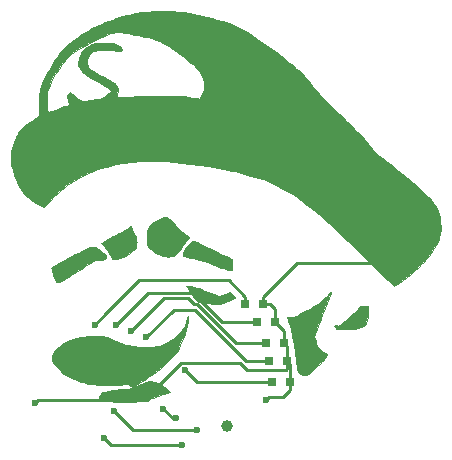
<source format=gtl>
G04 #@! TF.FileFunction,Copper,L1,Top,Signal*
%FSLAX46Y46*%
G04 Gerber Fmt 4.6, Leading zero omitted, Abs format (unit mm)*
G04 Created by KiCad (PCBNEW 4.0.5+dfsg1-4) date Sat Aug 24 03:06:04 2019*
%MOMM*%
%LPD*%
G01*
G04 APERTURE LIST*
%ADD10C,0.100000*%
%ADD11C,0.010000*%
%ADD12R,0.797560X0.797560*%
%ADD13C,0.990600*%
%ADD14C,0.600000*%
%ADD15C,0.250000*%
G04 APERTURE END LIST*
D10*
D11*
G36*
X147217942Y-112710459D02*
X147391278Y-112759054D01*
X147668986Y-112879115D01*
X147970212Y-113048691D01*
X148266269Y-113250639D01*
X148426475Y-113377671D01*
X148634820Y-113553350D01*
X148390160Y-113653483D01*
X148037273Y-113786974D01*
X147620237Y-113926103D01*
X147158746Y-114064705D01*
X146672491Y-114196612D01*
X146583852Y-114219169D01*
X146335143Y-114280742D01*
X146136330Y-114325706D01*
X145964212Y-114357050D01*
X145795592Y-114377764D01*
X145607270Y-114390838D01*
X145376048Y-114399263D01*
X145144519Y-114404665D01*
X144859737Y-114408034D01*
X144568267Y-114406956D01*
X144295240Y-114401832D01*
X144065790Y-114393058D01*
X143954500Y-114385801D01*
X143583603Y-114349998D01*
X143288353Y-114309348D01*
X143059784Y-114262051D01*
X142888934Y-114206309D01*
X142781589Y-114150415D01*
X142624679Y-114047233D01*
X142684058Y-113849932D01*
X142725463Y-113728527D01*
X142763405Y-113643531D01*
X142777469Y-113623827D01*
X142832856Y-113604302D01*
X142949626Y-113578094D01*
X143105285Y-113550082D01*
X143150167Y-113542980D01*
X143347915Y-113508838D01*
X143546959Y-113468384D01*
X143705712Y-113430103D01*
X143711794Y-113428412D01*
X143844829Y-113402106D01*
X144035576Y-113378451D01*
X144257079Y-113360262D01*
X144452627Y-113351105D01*
X144698300Y-113340770D01*
X144898920Y-113322141D01*
X145087525Y-113289868D01*
X145297154Y-113238604D01*
X145495624Y-113182253D01*
X145754117Y-113099229D01*
X145992998Y-113009245D01*
X146187550Y-112922033D01*
X146267236Y-112878450D01*
X146572881Y-112739386D01*
X146891979Y-112683155D01*
X147217942Y-112710459D01*
X147217942Y-112710459D01*
G37*
X147217942Y-112710459D02*
X147391278Y-112759054D01*
X147668986Y-112879115D01*
X147970212Y-113048691D01*
X148266269Y-113250639D01*
X148426475Y-113377671D01*
X148634820Y-113553350D01*
X148390160Y-113653483D01*
X148037273Y-113786974D01*
X147620237Y-113926103D01*
X147158746Y-114064705D01*
X146672491Y-114196612D01*
X146583852Y-114219169D01*
X146335143Y-114280742D01*
X146136330Y-114325706D01*
X145964212Y-114357050D01*
X145795592Y-114377764D01*
X145607270Y-114390838D01*
X145376048Y-114399263D01*
X145144519Y-114404665D01*
X144859737Y-114408034D01*
X144568267Y-114406956D01*
X144295240Y-114401832D01*
X144065790Y-114393058D01*
X143954500Y-114385801D01*
X143583603Y-114349998D01*
X143288353Y-114309348D01*
X143059784Y-114262051D01*
X142888934Y-114206309D01*
X142781589Y-114150415D01*
X142624679Y-114047233D01*
X142684058Y-113849932D01*
X142725463Y-113728527D01*
X142763405Y-113643531D01*
X142777469Y-113623827D01*
X142832856Y-113604302D01*
X142949626Y-113578094D01*
X143105285Y-113550082D01*
X143150167Y-113542980D01*
X143347915Y-113508838D01*
X143546959Y-113468384D01*
X143705712Y-113430103D01*
X143711794Y-113428412D01*
X143844829Y-113402106D01*
X144035576Y-113378451D01*
X144257079Y-113360262D01*
X144452627Y-113351105D01*
X144698300Y-113340770D01*
X144898920Y-113322141D01*
X145087525Y-113289868D01*
X145297154Y-113238604D01*
X145495624Y-113182253D01*
X145754117Y-113099229D01*
X145992998Y-113009245D01*
X146187550Y-112922033D01*
X146267236Y-112878450D01*
X146572881Y-112739386D01*
X146891979Y-112683155D01*
X147217942Y-112710459D01*
G36*
X150086202Y-107611334D02*
X150055613Y-107906070D01*
X149992975Y-108218594D01*
X149894725Y-108560581D01*
X149757303Y-108943705D01*
X149577147Y-109379642D01*
X149480009Y-109598763D01*
X149372148Y-109832694D01*
X149281739Y-110011128D01*
X149194044Y-110156876D01*
X149094328Y-110292750D01*
X148967854Y-110441562D01*
X148855142Y-110566044D01*
X148641560Y-110786222D01*
X148389769Y-111024541D01*
X148108284Y-111274660D01*
X147805616Y-111530238D01*
X147490279Y-111784935D01*
X147170786Y-112032411D01*
X146855651Y-112266326D01*
X146553385Y-112480337D01*
X146272503Y-112668107D01*
X146021517Y-112823293D01*
X145808940Y-112939556D01*
X145643285Y-113010555D01*
X145546107Y-113030578D01*
X145414054Y-113038070D01*
X145303482Y-113055406D01*
X145299783Y-113056369D01*
X145221800Y-113056713D01*
X145166631Y-112993857D01*
X145153448Y-112966831D01*
X145113898Y-112897093D01*
X145061302Y-112868367D01*
X144966493Y-112869914D01*
X144908832Y-112876783D01*
X144316303Y-112946243D01*
X143791724Y-112992498D01*
X143321608Y-113015495D01*
X142892466Y-113015180D01*
X142490807Y-112991496D01*
X142103144Y-112944391D01*
X141715986Y-112873809D01*
X141668500Y-112863668D01*
X141283119Y-112775974D01*
X140963548Y-112692284D01*
X140691625Y-112605788D01*
X140449186Y-112509680D01*
X140218069Y-112397152D01*
X139980109Y-112261395D01*
X139854678Y-112183808D01*
X139647355Y-112050839D01*
X139491880Y-111942460D01*
X139367413Y-111839840D01*
X139253115Y-111724152D01*
X139128146Y-111576567D01*
X138992074Y-111404425D01*
X138630599Y-110941208D01*
X138654822Y-110652279D01*
X138699682Y-110400457D01*
X138795204Y-110173476D01*
X138950504Y-109956479D01*
X139174701Y-109734612D01*
X139265021Y-109658073D01*
X139652539Y-109391027D01*
X140101357Y-109176929D01*
X140612789Y-109015418D01*
X141188150Y-108906134D01*
X141828754Y-108848718D01*
X142255491Y-108839008D01*
X142927148Y-108839000D01*
X143504324Y-109046278D01*
X143747971Y-109136294D01*
X143997563Y-109232798D01*
X144225485Y-109324860D01*
X144404122Y-109401547D01*
X144420167Y-109408845D01*
X144623146Y-109491540D01*
X144853200Y-109563456D01*
X145130988Y-109630409D01*
X145393834Y-109682878D01*
X145611228Y-109723072D01*
X145784396Y-109752306D01*
X145932453Y-109771494D01*
X146074515Y-109781554D01*
X146229696Y-109783402D01*
X146417111Y-109777952D01*
X146655876Y-109766122D01*
X146875500Y-109753875D01*
X147722167Y-109706126D01*
X148420667Y-109308968D01*
X149119167Y-108911809D01*
X149477539Y-108477620D01*
X149617370Y-108300688D01*
X149740294Y-108131229D01*
X149833832Y-107987405D01*
X149885504Y-107887379D01*
X149887948Y-107880299D01*
X149928690Y-107751329D01*
X149981565Y-107582335D01*
X150025175Y-107442000D01*
X150110365Y-107166834D01*
X150086202Y-107611334D01*
X150086202Y-107611334D01*
G37*
X150086202Y-107611334D02*
X150055613Y-107906070D01*
X149992975Y-108218594D01*
X149894725Y-108560581D01*
X149757303Y-108943705D01*
X149577147Y-109379642D01*
X149480009Y-109598763D01*
X149372148Y-109832694D01*
X149281739Y-110011128D01*
X149194044Y-110156876D01*
X149094328Y-110292750D01*
X148967854Y-110441562D01*
X148855142Y-110566044D01*
X148641560Y-110786222D01*
X148389769Y-111024541D01*
X148108284Y-111274660D01*
X147805616Y-111530238D01*
X147490279Y-111784935D01*
X147170786Y-112032411D01*
X146855651Y-112266326D01*
X146553385Y-112480337D01*
X146272503Y-112668107D01*
X146021517Y-112823293D01*
X145808940Y-112939556D01*
X145643285Y-113010555D01*
X145546107Y-113030578D01*
X145414054Y-113038070D01*
X145303482Y-113055406D01*
X145299783Y-113056369D01*
X145221800Y-113056713D01*
X145166631Y-112993857D01*
X145153448Y-112966831D01*
X145113898Y-112897093D01*
X145061302Y-112868367D01*
X144966493Y-112869914D01*
X144908832Y-112876783D01*
X144316303Y-112946243D01*
X143791724Y-112992498D01*
X143321608Y-113015495D01*
X142892466Y-113015180D01*
X142490807Y-112991496D01*
X142103144Y-112944391D01*
X141715986Y-112873809D01*
X141668500Y-112863668D01*
X141283119Y-112775974D01*
X140963548Y-112692284D01*
X140691625Y-112605788D01*
X140449186Y-112509680D01*
X140218069Y-112397152D01*
X139980109Y-112261395D01*
X139854678Y-112183808D01*
X139647355Y-112050839D01*
X139491880Y-111942460D01*
X139367413Y-111839840D01*
X139253115Y-111724152D01*
X139128146Y-111576567D01*
X138992074Y-111404425D01*
X138630599Y-110941208D01*
X138654822Y-110652279D01*
X138699682Y-110400457D01*
X138795204Y-110173476D01*
X138950504Y-109956479D01*
X139174701Y-109734612D01*
X139265021Y-109658073D01*
X139652539Y-109391027D01*
X140101357Y-109176929D01*
X140612789Y-109015418D01*
X141188150Y-108906134D01*
X141828754Y-108848718D01*
X142255491Y-108839008D01*
X142927148Y-108839000D01*
X143504324Y-109046278D01*
X143747971Y-109136294D01*
X143997563Y-109232798D01*
X144225485Y-109324860D01*
X144404122Y-109401547D01*
X144420167Y-109408845D01*
X144623146Y-109491540D01*
X144853200Y-109563456D01*
X145130988Y-109630409D01*
X145393834Y-109682878D01*
X145611228Y-109723072D01*
X145784396Y-109752306D01*
X145932453Y-109771494D01*
X146074515Y-109781554D01*
X146229696Y-109783402D01*
X146417111Y-109777952D01*
X146655876Y-109766122D01*
X146875500Y-109753875D01*
X147722167Y-109706126D01*
X148420667Y-109308968D01*
X149119167Y-108911809D01*
X149477539Y-108477620D01*
X149617370Y-108300688D01*
X149740294Y-108131229D01*
X149833832Y-107987405D01*
X149885504Y-107887379D01*
X149887948Y-107880299D01*
X149928690Y-107751329D01*
X149981565Y-107582335D01*
X150025175Y-107442000D01*
X150110365Y-107166834D01*
X150086202Y-107611334D01*
G36*
X162245201Y-105133566D02*
X162212511Y-105244560D01*
X162156615Y-105402935D01*
X162083167Y-105593729D01*
X161997821Y-105801976D01*
X161906231Y-106012710D01*
X161861311Y-106111211D01*
X161799355Y-106254084D01*
X161714938Y-106462476D01*
X161613591Y-106721998D01*
X161500844Y-107018264D01*
X161382226Y-107336886D01*
X161263270Y-107663477D01*
X161243840Y-107717558D01*
X160809047Y-108930315D01*
X160928421Y-109297407D01*
X160992867Y-109479658D01*
X161060842Y-109646247D01*
X161120671Y-109769281D01*
X161137543Y-109796919D01*
X161264326Y-109948828D01*
X161422408Y-110088654D01*
X161586257Y-110196780D01*
X161730338Y-110253585D01*
X161732393Y-110253979D01*
X161833184Y-110281480D01*
X161874836Y-110330463D01*
X161882667Y-110419351D01*
X161874466Y-110483883D01*
X161843851Y-110554094D01*
X161781803Y-110642247D01*
X161679302Y-110760610D01*
X161527329Y-110921448D01*
X161469917Y-110980663D01*
X161270585Y-111181274D01*
X161044121Y-111402544D01*
X160820176Y-111615816D01*
X160650096Y-111772897D01*
X160482134Y-111923600D01*
X160361242Y-112026223D01*
X160272083Y-112089903D01*
X160199319Y-112123780D01*
X160127613Y-112136990D01*
X160041629Y-112138670D01*
X160036263Y-112138611D01*
X159876770Y-112126223D01*
X159725134Y-112098044D01*
X159683424Y-112085694D01*
X159594392Y-112046635D01*
X159523528Y-111991031D01*
X159467136Y-111908153D01*
X159421522Y-111787272D01*
X159382991Y-111617659D01*
X159347847Y-111388583D01*
X159312395Y-111089315D01*
X159299846Y-110971869D01*
X159209556Y-110219908D01*
X159101453Y-109527607D01*
X158970935Y-108870994D01*
X158813397Y-108226100D01*
X158685247Y-107771063D01*
X158628520Y-107575744D01*
X158581970Y-107408555D01*
X158550332Y-107286993D01*
X158538341Y-107228556D01*
X158538334Y-107228071D01*
X158579950Y-107202549D01*
X158704666Y-107192196D01*
X158866417Y-107194943D01*
X159020485Y-107199402D01*
X159134997Y-107193101D01*
X159236538Y-107168955D01*
X159351693Y-107119879D01*
X159507046Y-107038790D01*
X159560066Y-107010090D01*
X160037885Y-106746898D01*
X160447497Y-106511745D01*
X160798076Y-106298303D01*
X161098795Y-106100248D01*
X161358828Y-105911252D01*
X161587347Y-105724990D01*
X161793525Y-105535135D01*
X161983248Y-105338947D01*
X162096321Y-105219514D01*
X162186726Y-105131111D01*
X162240590Y-105086999D01*
X162249033Y-105084921D01*
X162245201Y-105133566D01*
X162245201Y-105133566D01*
G37*
X162245201Y-105133566D02*
X162212511Y-105244560D01*
X162156615Y-105402935D01*
X162083167Y-105593729D01*
X161997821Y-105801976D01*
X161906231Y-106012710D01*
X161861311Y-106111211D01*
X161799355Y-106254084D01*
X161714938Y-106462476D01*
X161613591Y-106721998D01*
X161500844Y-107018264D01*
X161382226Y-107336886D01*
X161263270Y-107663477D01*
X161243840Y-107717558D01*
X160809047Y-108930315D01*
X160928421Y-109297407D01*
X160992867Y-109479658D01*
X161060842Y-109646247D01*
X161120671Y-109769281D01*
X161137543Y-109796919D01*
X161264326Y-109948828D01*
X161422408Y-110088654D01*
X161586257Y-110196780D01*
X161730338Y-110253585D01*
X161732393Y-110253979D01*
X161833184Y-110281480D01*
X161874836Y-110330463D01*
X161882667Y-110419351D01*
X161874466Y-110483883D01*
X161843851Y-110554094D01*
X161781803Y-110642247D01*
X161679302Y-110760610D01*
X161527329Y-110921448D01*
X161469917Y-110980663D01*
X161270585Y-111181274D01*
X161044121Y-111402544D01*
X160820176Y-111615816D01*
X160650096Y-111772897D01*
X160482134Y-111923600D01*
X160361242Y-112026223D01*
X160272083Y-112089903D01*
X160199319Y-112123780D01*
X160127613Y-112136990D01*
X160041629Y-112138670D01*
X160036263Y-112138611D01*
X159876770Y-112126223D01*
X159725134Y-112098044D01*
X159683424Y-112085694D01*
X159594392Y-112046635D01*
X159523528Y-111991031D01*
X159467136Y-111908153D01*
X159421522Y-111787272D01*
X159382991Y-111617659D01*
X159347847Y-111388583D01*
X159312395Y-111089315D01*
X159299846Y-110971869D01*
X159209556Y-110219908D01*
X159101453Y-109527607D01*
X158970935Y-108870994D01*
X158813397Y-108226100D01*
X158685247Y-107771063D01*
X158628520Y-107575744D01*
X158581970Y-107408555D01*
X158550332Y-107286993D01*
X158538341Y-107228556D01*
X158538334Y-107228071D01*
X158579950Y-107202549D01*
X158704666Y-107192196D01*
X158866417Y-107194943D01*
X159020485Y-107199402D01*
X159134997Y-107193101D01*
X159236538Y-107168955D01*
X159351693Y-107119879D01*
X159507046Y-107038790D01*
X159560066Y-107010090D01*
X160037885Y-106746898D01*
X160447497Y-106511745D01*
X160798076Y-106298303D01*
X161098795Y-106100248D01*
X161358828Y-105911252D01*
X161587347Y-105724990D01*
X161793525Y-105535135D01*
X161983248Y-105338947D01*
X162096321Y-105219514D01*
X162186726Y-105131111D01*
X162240590Y-105086999D01*
X162249033Y-105084921D01*
X162245201Y-105133566D01*
G36*
X165029993Y-106307937D02*
X165375167Y-106320167D01*
X165388123Y-106595334D01*
X165385938Y-106770659D01*
X165368482Y-106987506D01*
X165339304Y-107204848D01*
X165331572Y-107249155D01*
X165273133Y-107501905D01*
X165193957Y-107711452D01*
X165086484Y-107881575D01*
X164943151Y-108016049D01*
X164756397Y-108118653D01*
X164518661Y-108193164D01*
X164222380Y-108243359D01*
X163859995Y-108273014D01*
X163423942Y-108285908D01*
X163253626Y-108287157D01*
X163031804Y-108286334D01*
X162877201Y-108280726D01*
X162772404Y-108267927D01*
X162699999Y-108245531D01*
X162642571Y-108211136D01*
X162629209Y-108200928D01*
X162535817Y-108084079D01*
X162517667Y-107989261D01*
X162535574Y-107896958D01*
X162595001Y-107866776D01*
X162704505Y-107896687D01*
X162771972Y-107928991D01*
X162826731Y-107954621D01*
X162875020Y-107961532D01*
X162931511Y-107942311D01*
X163010876Y-107889545D01*
X163127784Y-107795820D01*
X163267287Y-107678705D01*
X163641039Y-107360599D01*
X163959475Y-107083541D01*
X164220440Y-106849519D01*
X164421782Y-106660523D01*
X164561347Y-106518543D01*
X164636981Y-106425569D01*
X164648993Y-106402131D01*
X164670739Y-106349828D01*
X164705073Y-106319091D01*
X164770924Y-106305238D01*
X164887223Y-106303589D01*
X165029993Y-106307937D01*
X165029993Y-106307937D01*
G37*
X165029993Y-106307937D02*
X165375167Y-106320167D01*
X165388123Y-106595334D01*
X165385938Y-106770659D01*
X165368482Y-106987506D01*
X165339304Y-107204848D01*
X165331572Y-107249155D01*
X165273133Y-107501905D01*
X165193957Y-107711452D01*
X165086484Y-107881575D01*
X164943151Y-108016049D01*
X164756397Y-108118653D01*
X164518661Y-108193164D01*
X164222380Y-108243359D01*
X163859995Y-108273014D01*
X163423942Y-108285908D01*
X163253626Y-108287157D01*
X163031804Y-108286334D01*
X162877201Y-108280726D01*
X162772404Y-108267927D01*
X162699999Y-108245531D01*
X162642571Y-108211136D01*
X162629209Y-108200928D01*
X162535817Y-108084079D01*
X162517667Y-107989261D01*
X162535574Y-107896958D01*
X162595001Y-107866776D01*
X162704505Y-107896687D01*
X162771972Y-107928991D01*
X162826731Y-107954621D01*
X162875020Y-107961532D01*
X162931511Y-107942311D01*
X163010876Y-107889545D01*
X163127784Y-107795820D01*
X163267287Y-107678705D01*
X163641039Y-107360599D01*
X163959475Y-107083541D01*
X164220440Y-106849519D01*
X164421782Y-106660523D01*
X164561347Y-106518543D01*
X164636981Y-106425569D01*
X164648993Y-106402131D01*
X164670739Y-106349828D01*
X164705073Y-106319091D01*
X164770924Y-106305238D01*
X164887223Y-106303589D01*
X165029993Y-106307937D01*
G36*
X150115805Y-104580474D02*
X150269141Y-104594782D01*
X150337756Y-104602278D01*
X150621682Y-104650576D01*
X150902769Y-104735111D01*
X151095099Y-104811290D01*
X151283665Y-104889913D01*
X151523465Y-104987639D01*
X151786683Y-105093244D01*
X152045504Y-105195505D01*
X152103441Y-105218134D01*
X152349853Y-105313317D01*
X152537340Y-105378933D01*
X152686165Y-105415378D01*
X152816587Y-105423051D01*
X152948869Y-105402349D01*
X153103272Y-105353670D01*
X153300058Y-105277413D01*
X153385145Y-105243298D01*
X153691167Y-105120600D01*
X153915179Y-105339383D01*
X154028674Y-105452044D01*
X154089168Y-105522448D01*
X154104571Y-105567144D01*
X154082796Y-105602680D01*
X154053204Y-105628095D01*
X153980514Y-105672045D01*
X153848805Y-105738017D01*
X153677675Y-105816604D01*
X153511692Y-105888034D01*
X153296451Y-105974747D01*
X153128552Y-106032264D01*
X152978883Y-106067766D01*
X152818330Y-106088433D01*
X152654000Y-106099568D01*
X152450814Y-106103489D01*
X152196356Y-106098186D01*
X151923381Y-106084810D01*
X151668914Y-106064926D01*
X151432292Y-106040999D01*
X151262461Y-106019499D01*
X151141817Y-105996095D01*
X151052755Y-105966461D01*
X150977669Y-105926267D01*
X150907984Y-105877851D01*
X150799680Y-105776536D01*
X150657257Y-105608989D01*
X150487203Y-105383270D01*
X150337532Y-105169037D01*
X150207715Y-104975740D01*
X150097857Y-104808069D01*
X150015511Y-104677888D01*
X149968228Y-104597062D01*
X149960118Y-104576104D01*
X150006058Y-104573781D01*
X150115805Y-104580474D01*
X150115805Y-104580474D01*
G37*
X150115805Y-104580474D02*
X150269141Y-104594782D01*
X150337756Y-104602278D01*
X150621682Y-104650576D01*
X150902769Y-104735111D01*
X151095099Y-104811290D01*
X151283665Y-104889913D01*
X151523465Y-104987639D01*
X151786683Y-105093244D01*
X152045504Y-105195505D01*
X152103441Y-105218134D01*
X152349853Y-105313317D01*
X152537340Y-105378933D01*
X152686165Y-105415378D01*
X152816587Y-105423051D01*
X152948869Y-105402349D01*
X153103272Y-105353670D01*
X153300058Y-105277413D01*
X153385145Y-105243298D01*
X153691167Y-105120600D01*
X153915179Y-105339383D01*
X154028674Y-105452044D01*
X154089168Y-105522448D01*
X154104571Y-105567144D01*
X154082796Y-105602680D01*
X154053204Y-105628095D01*
X153980514Y-105672045D01*
X153848805Y-105738017D01*
X153677675Y-105816604D01*
X153511692Y-105888034D01*
X153296451Y-105974747D01*
X153128552Y-106032264D01*
X152978883Y-106067766D01*
X152818330Y-106088433D01*
X152654000Y-106099568D01*
X152450814Y-106103489D01*
X152196356Y-106098186D01*
X151923381Y-106084810D01*
X151668914Y-106064926D01*
X151432292Y-106040999D01*
X151262461Y-106019499D01*
X151141817Y-105996095D01*
X151052755Y-105966461D01*
X150977669Y-105926267D01*
X150907984Y-105877851D01*
X150799680Y-105776536D01*
X150657257Y-105608989D01*
X150487203Y-105383270D01*
X150337532Y-105169037D01*
X150207715Y-104975740D01*
X150097857Y-104808069D01*
X150015511Y-104677888D01*
X149968228Y-104597062D01*
X149960118Y-104576104D01*
X150006058Y-104573781D01*
X150115805Y-104580474D01*
G36*
X148438025Y-81334533D02*
X148866131Y-81351396D01*
X148966990Y-81356768D01*
X149237058Y-81372508D01*
X149462856Y-81388444D01*
X149661857Y-81407198D01*
X149851535Y-81431395D01*
X150049364Y-81463658D01*
X150272819Y-81506611D01*
X150539373Y-81562878D01*
X150866500Y-81635083D01*
X150960667Y-81656127D01*
X151327981Y-81741379D01*
X151732151Y-81840379D01*
X152146238Y-81946182D01*
X152543298Y-82051842D01*
X152896391Y-82150415D01*
X153032526Y-82190241D01*
X153341925Y-82283157D01*
X153587047Y-82359618D01*
X153784980Y-82426588D01*
X153952811Y-82491032D01*
X154107627Y-82559912D01*
X154266516Y-82640193D01*
X154446565Y-82738838D01*
X154620026Y-82837199D01*
X155271739Y-83226831D01*
X155967411Y-83676029D01*
X156697897Y-84178415D01*
X157454053Y-84727614D01*
X158226734Y-85317249D01*
X158601834Y-85613586D01*
X158980092Y-85919751D01*
X159302321Y-86190914D01*
X159581979Y-86440442D01*
X159832526Y-86681702D01*
X160067423Y-86928060D01*
X160300131Y-87192883D01*
X160544108Y-87489537D01*
X160737364Y-87734261D01*
X160936231Y-87986734D01*
X161114920Y-88206680D01*
X161285521Y-88407254D01*
X161460122Y-88601609D01*
X161650811Y-88802899D01*
X161869677Y-89024278D01*
X162128809Y-89278899D01*
X162382183Y-89523992D01*
X162825346Y-89950905D01*
X163212040Y-90323818D01*
X163546899Y-90647341D01*
X163834558Y-90926081D01*
X164079649Y-91164648D01*
X164286806Y-91367651D01*
X164460663Y-91539699D01*
X164605854Y-91685400D01*
X164727011Y-91809364D01*
X164828770Y-91916199D01*
X164915764Y-92010515D01*
X164992625Y-92096920D01*
X165063989Y-92180023D01*
X165121167Y-92248350D01*
X165277820Y-92440256D01*
X165438891Y-92642711D01*
X165583176Y-92828808D01*
X165671500Y-92946770D01*
X165744528Y-93041076D01*
X165827571Y-93134481D01*
X165929577Y-93234712D01*
X166059493Y-93349494D01*
X166226266Y-93486552D01*
X166438844Y-93653613D01*
X166706174Y-93858402D01*
X166878000Y-93988568D01*
X167153889Y-94201274D01*
X167476745Y-94457295D01*
X167830483Y-94743439D01*
X168199018Y-95046517D01*
X168566266Y-95353336D01*
X168916140Y-95650707D01*
X169124907Y-95831187D01*
X169520943Y-96178886D01*
X169857743Y-96481147D01*
X170142205Y-96745392D01*
X170381229Y-96979044D01*
X170581713Y-97189527D01*
X170750558Y-97384265D01*
X170894663Y-97570679D01*
X171020927Y-97756195D01*
X171136249Y-97948235D01*
X171199886Y-98063750D01*
X171277757Y-98213467D01*
X171335367Y-98340873D01*
X171378909Y-98467280D01*
X171414576Y-98614002D01*
X171448564Y-98802352D01*
X171486549Y-99050143D01*
X171578736Y-99673834D01*
X171469312Y-100181834D01*
X171417677Y-100405190D01*
X171362514Y-100599787D01*
X171296581Y-100780614D01*
X171212634Y-100962661D01*
X171103432Y-101160917D01*
X170961730Y-101390373D01*
X170780286Y-101666018D01*
X170681267Y-101812770D01*
X170516434Y-102051346D01*
X170371713Y-102247728D01*
X170230243Y-102421531D01*
X170075162Y-102592369D01*
X169889608Y-102779856D01*
X169661232Y-102999330D01*
X169356031Y-103277210D01*
X169018502Y-103564859D01*
X168665496Y-103849216D01*
X168313864Y-104117223D01*
X167980458Y-104355819D01*
X167682128Y-104551945D01*
X167573871Y-104617044D01*
X167536291Y-104592928D01*
X167444879Y-104514007D01*
X167305299Y-104385711D01*
X167123216Y-104213470D01*
X166904296Y-104002716D01*
X166654202Y-103758880D01*
X166378601Y-103487393D01*
X166083157Y-103193686D01*
X165944038Y-103054508D01*
X165201062Y-102313196D01*
X164510700Y-101631673D01*
X163869260Y-101006499D01*
X163273050Y-100434232D01*
X162718378Y-99911431D01*
X162201552Y-99434655D01*
X161718879Y-99000464D01*
X161266668Y-98605415D01*
X160841227Y-98246069D01*
X160438863Y-97918985D01*
X160404916Y-97892011D01*
X159279167Y-96999188D01*
X156739167Y-95663926D01*
X155490334Y-95287237D01*
X155147612Y-95184680D01*
X154850387Y-95098169D01*
X154582783Y-95023945D01*
X154328923Y-94958252D01*
X154072933Y-94897329D01*
X153798938Y-94837418D01*
X153491060Y-94774762D01*
X153133425Y-94705600D01*
X152710157Y-94626176D01*
X152654000Y-94615739D01*
X151806820Y-94464802D01*
X151024371Y-94339436D01*
X150291233Y-94237930D01*
X149591988Y-94158574D01*
X148911215Y-94099658D01*
X148233494Y-94059473D01*
X147543405Y-94036308D01*
X147404667Y-94033604D01*
X147045945Y-94027795D01*
X146753697Y-94024748D01*
X146509751Y-94025368D01*
X146295935Y-94030556D01*
X146094077Y-94041214D01*
X145886005Y-94058246D01*
X145653545Y-94082555D01*
X145378527Y-94115042D01*
X145118667Y-94147152D01*
X144766189Y-94192033D01*
X144477114Y-94232011D01*
X144230660Y-94271205D01*
X144006044Y-94313733D01*
X143782485Y-94363714D01*
X143539201Y-94425266D01*
X143255410Y-94502509D01*
X143085392Y-94550113D01*
X142764581Y-94641545D01*
X142505452Y-94719158D01*
X142287797Y-94790638D01*
X142091407Y-94863668D01*
X141896072Y-94945932D01*
X141681586Y-95045115D01*
X141427738Y-95168898D01*
X141328559Y-95218111D01*
X140590834Y-95618257D01*
X139916701Y-96055838D01*
X139288772Y-96543577D01*
X138689659Y-97094195D01*
X138497730Y-97289349D01*
X137900834Y-97910531D01*
X137537353Y-97752225D01*
X137059723Y-97498756D01*
X136628666Y-97175377D01*
X136245400Y-96783673D01*
X135911141Y-96325229D01*
X135627107Y-95801628D01*
X135394515Y-95214455D01*
X135273076Y-94805500D01*
X135211196Y-94560452D01*
X135169863Y-94365271D01*
X135145019Y-94188810D01*
X135132609Y-93999923D01*
X135128573Y-93767465D01*
X135128394Y-93694835D01*
X135128000Y-93134503D01*
X135385082Y-92490614D01*
X135479799Y-92258362D01*
X135572242Y-92040554D01*
X135654440Y-91855353D01*
X135718421Y-91720923D01*
X135743013Y-91675113D01*
X135944367Y-91382523D01*
X136191558Y-91119199D01*
X136499379Y-90870704D01*
X136718474Y-90723263D01*
X136909118Y-90599744D01*
X137087536Y-90479814D01*
X137233909Y-90377067D01*
X137328415Y-90305096D01*
X137329334Y-90304323D01*
X137477500Y-90179284D01*
X137481318Y-89296225D01*
X137482784Y-88956855D01*
X138170645Y-88956855D01*
X138171336Y-89232913D01*
X138174672Y-89436937D01*
X138181746Y-89581546D01*
X138193652Y-89679360D01*
X138211481Y-89742998D01*
X138236328Y-89785077D01*
X138243065Y-89792939D01*
X138308701Y-89853986D01*
X138346024Y-89873667D01*
X138393098Y-89859797D01*
X138507370Y-89821063D01*
X138676557Y-89761781D01*
X138888377Y-89686267D01*
X139130548Y-89598835D01*
X139196713Y-89574776D01*
X139445102Y-89483441D01*
X139666282Y-89400432D01*
X139847910Y-89330519D01*
X139977643Y-89278470D01*
X140043137Y-89249057D01*
X140048043Y-89245783D01*
X140052508Y-89193807D01*
X140038632Y-89080203D01*
X140009289Y-88925308D01*
X139991670Y-88846979D01*
X139904755Y-88478277D01*
X139995760Y-88350472D01*
X140076955Y-88265675D01*
X140157993Y-88223656D01*
X140168903Y-88222667D01*
X140234526Y-88251321D01*
X140339176Y-88327807D01*
X140464269Y-88437912D01*
X140515270Y-88487584D01*
X140666935Y-88626473D01*
X140829825Y-88754907D01*
X140973282Y-88849089D01*
X140998034Y-88862271D01*
X141069607Y-88897290D01*
X141134901Y-88923290D01*
X141204780Y-88939728D01*
X141290108Y-88946061D01*
X141401748Y-88941745D01*
X141550567Y-88926238D01*
X141747427Y-88898996D01*
X142003192Y-88859475D01*
X142328727Y-88807134D01*
X142430500Y-88790651D01*
X142672123Y-88743147D01*
X142865896Y-88680563D01*
X143035709Y-88589871D01*
X143205453Y-88458047D01*
X143399018Y-88272063D01*
X143418918Y-88251716D01*
X143603002Y-88062803D01*
X143442009Y-87884603D01*
X143368592Y-87813643D01*
X143269532Y-87738472D01*
X143134377Y-87652864D01*
X142952674Y-87550598D01*
X142713973Y-87425448D01*
X142432425Y-87283445D01*
X142149060Y-87141192D01*
X141928734Y-87027179D01*
X141758133Y-86933057D01*
X141623947Y-86850475D01*
X141512861Y-86771083D01*
X141411564Y-86686529D01*
X141306743Y-86588465D01*
X141274825Y-86557327D01*
X141052006Y-86315290D01*
X140902414Y-86095449D01*
X140820723Y-85888416D01*
X140800667Y-85721630D01*
X140815937Y-85615558D01*
X140857227Y-85455381D01*
X140917753Y-85265049D01*
X140972556Y-85114679D01*
X141144445Y-84669669D01*
X141551924Y-84387540D01*
X141727982Y-84266933D01*
X141859312Y-84184631D01*
X141970697Y-84130606D01*
X142086921Y-84094826D01*
X142232770Y-84067262D01*
X142406618Y-84041649D01*
X142634022Y-84013367D01*
X142834124Y-84000007D01*
X143039797Y-84001008D01*
X143283914Y-84015809D01*
X143392224Y-84024815D01*
X143626030Y-84047098D01*
X143796255Y-84069653D01*
X143923860Y-84097318D01*
X144029808Y-84134930D01*
X144135060Y-84187324D01*
X144162320Y-84202508D01*
X144302874Y-84295843D01*
X144423567Y-84400130D01*
X144480839Y-84468221D01*
X144535045Y-84558243D01*
X144543611Y-84609301D01*
X144507295Y-84653249D01*
X144485673Y-84671552D01*
X144433725Y-84705515D01*
X144369150Y-84719225D01*
X144269321Y-84713492D01*
X144111611Y-84689129D01*
X144091644Y-84685674D01*
X143652004Y-84624914D01*
X143225874Y-84595879D01*
X142833110Y-84599013D01*
X142493563Y-84634756D01*
X142421235Y-84648437D01*
X142232268Y-84691540D01*
X142099980Y-84734410D01*
X141997330Y-84789458D01*
X141897281Y-84869094D01*
X141853777Y-84908890D01*
X141722861Y-85048510D01*
X141639553Y-85191134D01*
X141586048Y-85348185D01*
X141538604Y-85602303D01*
X141555297Y-85818361D01*
X141639016Y-86016759D01*
X141691968Y-86095810D01*
X141741988Y-86154000D01*
X141812930Y-86216690D01*
X141913621Y-86289437D01*
X142052889Y-86377796D01*
X142239562Y-86487326D01*
X142482467Y-86623584D01*
X142790431Y-86792126D01*
X142845994Y-86822276D01*
X143155686Y-86990903D01*
X143400029Y-87126222D01*
X143588573Y-87234409D01*
X143730867Y-87321636D01*
X143836460Y-87394079D01*
X143914902Y-87457911D01*
X143975742Y-87519306D01*
X144028529Y-87584439D01*
X144032028Y-87589108D01*
X144118511Y-87718041D01*
X144168046Y-87836498D01*
X144183664Y-87967794D01*
X144168395Y-88135240D01*
X144129771Y-88340800D01*
X144104700Y-88479114D01*
X144093860Y-88579603D01*
X144098904Y-88618979D01*
X144145036Y-88619539D01*
X144267169Y-88616416D01*
X144456734Y-88609947D01*
X144705160Y-88600469D01*
X145003878Y-88588318D01*
X145344318Y-88573830D01*
X145717909Y-88557342D01*
X146034161Y-88542972D01*
X146746260Y-88513420D01*
X147383744Y-88494171D01*
X147956064Y-88485472D01*
X148472671Y-88487569D01*
X148943016Y-88500707D01*
X149376551Y-88525132D01*
X149782727Y-88561090D01*
X150170996Y-88608827D01*
X150495000Y-88659017D01*
X150711138Y-88695160D01*
X150894722Y-88725070D01*
X151031007Y-88746407D01*
X151105251Y-88756833D01*
X151114496Y-88757336D01*
X151134726Y-88719786D01*
X151184462Y-88623369D01*
X151255106Y-88484826D01*
X151302152Y-88392000D01*
X151484147Y-88032167D01*
X151472800Y-87590224D01*
X151465950Y-87387251D01*
X151453109Y-87240228D01*
X151427318Y-87120445D01*
X151381618Y-86999192D01*
X151309048Y-86847757D01*
X151277826Y-86785890D01*
X151116753Y-86519589D01*
X150893443Y-86235662D01*
X150604843Y-85931151D01*
X150247901Y-85603099D01*
X149819563Y-85248546D01*
X149316775Y-84864534D01*
X149225908Y-84797741D01*
X148943896Y-84592788D01*
X148714411Y-84430057D01*
X148522619Y-84300473D01*
X148353689Y-84194961D01*
X148192788Y-84104449D01*
X148025083Y-84019860D01*
X147835742Y-83932122D01*
X147744241Y-83891282D01*
X147455383Y-83767588D01*
X147214555Y-83675743D01*
X146995458Y-83607051D01*
X146771797Y-83552815D01*
X146642667Y-83527006D01*
X146428514Y-83486403D01*
X146158912Y-83435013D01*
X145861538Y-83378126D01*
X145564068Y-83321032D01*
X145415000Y-83292337D01*
X145041253Y-83221084D01*
X144726357Y-83165800D01*
X144457256Y-83128568D01*
X144220892Y-83111470D01*
X144004209Y-83116588D01*
X143794149Y-83146005D01*
X143577656Y-83201804D01*
X143341672Y-83286067D01*
X143073140Y-83400877D01*
X142759003Y-83548315D01*
X142386205Y-83730465D01*
X142251426Y-83796898D01*
X141775375Y-84035771D01*
X141368289Y-84249957D01*
X141020383Y-84445860D01*
X140721869Y-84629883D01*
X140462961Y-84808429D01*
X140233873Y-84987902D01*
X140024818Y-85174705D01*
X139826010Y-85375241D01*
X139805274Y-85397415D01*
X139489863Y-85767849D01*
X139179353Y-86190937D01*
X138886848Y-86645229D01*
X138625446Y-87109277D01*
X138408248Y-87561633D01*
X138273571Y-87905167D01*
X138236205Y-88020245D01*
X138209151Y-88127176D01*
X138190755Y-88242876D01*
X138179360Y-88384259D01*
X138173311Y-88568238D01*
X138170954Y-88811727D01*
X138170645Y-88956855D01*
X137482784Y-88956855D01*
X137485135Y-88413167D01*
X137711601Y-87714667D01*
X137791149Y-87473400D01*
X137860859Y-87276298D01*
X137929508Y-87104769D01*
X138005871Y-86940220D01*
X138098722Y-86764060D01*
X138216836Y-86557696D01*
X138368989Y-86302537D01*
X138410926Y-86233000D01*
X138630631Y-85869763D01*
X138813863Y-85569725D01*
X138967670Y-85323460D01*
X139099099Y-85121543D01*
X139215198Y-84954549D01*
X139323015Y-84813050D01*
X139429597Y-84687622D01*
X139541992Y-84568838D01*
X139667248Y-84447274D01*
X139812412Y-84313503D01*
X139916531Y-84219374D01*
X140121763Y-84037623D01*
X140307506Y-83881939D01*
X140490641Y-83740084D01*
X140688051Y-83599821D01*
X140916615Y-83448912D01*
X141193216Y-83275121D01*
X141363239Y-83170664D01*
X141624140Y-83011938D01*
X141841772Y-82882475D01*
X142031832Y-82774675D01*
X142210018Y-82680940D01*
X142392030Y-82593671D01*
X142593564Y-82505271D01*
X142830319Y-82408140D01*
X143117993Y-82294679D01*
X143395239Y-82187088D01*
X143749438Y-82051007D01*
X144041320Y-81941719D01*
X144287009Y-81854158D01*
X144502629Y-81783257D01*
X144704306Y-81723949D01*
X144908164Y-81671166D01*
X145130328Y-81619840D01*
X145351500Y-81572336D01*
X145635277Y-81514137D01*
X145875243Y-81469360D01*
X146093404Y-81435319D01*
X146311764Y-81409329D01*
X146552328Y-81388704D01*
X146837104Y-81370759D01*
X147125490Y-81355845D01*
X147601612Y-81336774D01*
X148027821Y-81329664D01*
X148438025Y-81334533D01*
X148438025Y-81334533D01*
G37*
X148438025Y-81334533D02*
X148866131Y-81351396D01*
X148966990Y-81356768D01*
X149237058Y-81372508D01*
X149462856Y-81388444D01*
X149661857Y-81407198D01*
X149851535Y-81431395D01*
X150049364Y-81463658D01*
X150272819Y-81506611D01*
X150539373Y-81562878D01*
X150866500Y-81635083D01*
X150960667Y-81656127D01*
X151327981Y-81741379D01*
X151732151Y-81840379D01*
X152146238Y-81946182D01*
X152543298Y-82051842D01*
X152896391Y-82150415D01*
X153032526Y-82190241D01*
X153341925Y-82283157D01*
X153587047Y-82359618D01*
X153784980Y-82426588D01*
X153952811Y-82491032D01*
X154107627Y-82559912D01*
X154266516Y-82640193D01*
X154446565Y-82738838D01*
X154620026Y-82837199D01*
X155271739Y-83226831D01*
X155967411Y-83676029D01*
X156697897Y-84178415D01*
X157454053Y-84727614D01*
X158226734Y-85317249D01*
X158601834Y-85613586D01*
X158980092Y-85919751D01*
X159302321Y-86190914D01*
X159581979Y-86440442D01*
X159832526Y-86681702D01*
X160067423Y-86928060D01*
X160300131Y-87192883D01*
X160544108Y-87489537D01*
X160737364Y-87734261D01*
X160936231Y-87986734D01*
X161114920Y-88206680D01*
X161285521Y-88407254D01*
X161460122Y-88601609D01*
X161650811Y-88802899D01*
X161869677Y-89024278D01*
X162128809Y-89278899D01*
X162382183Y-89523992D01*
X162825346Y-89950905D01*
X163212040Y-90323818D01*
X163546899Y-90647341D01*
X163834558Y-90926081D01*
X164079649Y-91164648D01*
X164286806Y-91367651D01*
X164460663Y-91539699D01*
X164605854Y-91685400D01*
X164727011Y-91809364D01*
X164828770Y-91916199D01*
X164915764Y-92010515D01*
X164992625Y-92096920D01*
X165063989Y-92180023D01*
X165121167Y-92248350D01*
X165277820Y-92440256D01*
X165438891Y-92642711D01*
X165583176Y-92828808D01*
X165671500Y-92946770D01*
X165744528Y-93041076D01*
X165827571Y-93134481D01*
X165929577Y-93234712D01*
X166059493Y-93349494D01*
X166226266Y-93486552D01*
X166438844Y-93653613D01*
X166706174Y-93858402D01*
X166878000Y-93988568D01*
X167153889Y-94201274D01*
X167476745Y-94457295D01*
X167830483Y-94743439D01*
X168199018Y-95046517D01*
X168566266Y-95353336D01*
X168916140Y-95650707D01*
X169124907Y-95831187D01*
X169520943Y-96178886D01*
X169857743Y-96481147D01*
X170142205Y-96745392D01*
X170381229Y-96979044D01*
X170581713Y-97189527D01*
X170750558Y-97384265D01*
X170894663Y-97570679D01*
X171020927Y-97756195D01*
X171136249Y-97948235D01*
X171199886Y-98063750D01*
X171277757Y-98213467D01*
X171335367Y-98340873D01*
X171378909Y-98467280D01*
X171414576Y-98614002D01*
X171448564Y-98802352D01*
X171486549Y-99050143D01*
X171578736Y-99673834D01*
X171469312Y-100181834D01*
X171417677Y-100405190D01*
X171362514Y-100599787D01*
X171296581Y-100780614D01*
X171212634Y-100962661D01*
X171103432Y-101160917D01*
X170961730Y-101390373D01*
X170780286Y-101666018D01*
X170681267Y-101812770D01*
X170516434Y-102051346D01*
X170371713Y-102247728D01*
X170230243Y-102421531D01*
X170075162Y-102592369D01*
X169889608Y-102779856D01*
X169661232Y-102999330D01*
X169356031Y-103277210D01*
X169018502Y-103564859D01*
X168665496Y-103849216D01*
X168313864Y-104117223D01*
X167980458Y-104355819D01*
X167682128Y-104551945D01*
X167573871Y-104617044D01*
X167536291Y-104592928D01*
X167444879Y-104514007D01*
X167305299Y-104385711D01*
X167123216Y-104213470D01*
X166904296Y-104002716D01*
X166654202Y-103758880D01*
X166378601Y-103487393D01*
X166083157Y-103193686D01*
X165944038Y-103054508D01*
X165201062Y-102313196D01*
X164510700Y-101631673D01*
X163869260Y-101006499D01*
X163273050Y-100434232D01*
X162718378Y-99911431D01*
X162201552Y-99434655D01*
X161718879Y-99000464D01*
X161266668Y-98605415D01*
X160841227Y-98246069D01*
X160438863Y-97918985D01*
X160404916Y-97892011D01*
X159279167Y-96999188D01*
X156739167Y-95663926D01*
X155490334Y-95287237D01*
X155147612Y-95184680D01*
X154850387Y-95098169D01*
X154582783Y-95023945D01*
X154328923Y-94958252D01*
X154072933Y-94897329D01*
X153798938Y-94837418D01*
X153491060Y-94774762D01*
X153133425Y-94705600D01*
X152710157Y-94626176D01*
X152654000Y-94615739D01*
X151806820Y-94464802D01*
X151024371Y-94339436D01*
X150291233Y-94237930D01*
X149591988Y-94158574D01*
X148911215Y-94099658D01*
X148233494Y-94059473D01*
X147543405Y-94036308D01*
X147404667Y-94033604D01*
X147045945Y-94027795D01*
X146753697Y-94024748D01*
X146509751Y-94025368D01*
X146295935Y-94030556D01*
X146094077Y-94041214D01*
X145886005Y-94058246D01*
X145653545Y-94082555D01*
X145378527Y-94115042D01*
X145118667Y-94147152D01*
X144766189Y-94192033D01*
X144477114Y-94232011D01*
X144230660Y-94271205D01*
X144006044Y-94313733D01*
X143782485Y-94363714D01*
X143539201Y-94425266D01*
X143255410Y-94502509D01*
X143085392Y-94550113D01*
X142764581Y-94641545D01*
X142505452Y-94719158D01*
X142287797Y-94790638D01*
X142091407Y-94863668D01*
X141896072Y-94945932D01*
X141681586Y-95045115D01*
X141427738Y-95168898D01*
X141328559Y-95218111D01*
X140590834Y-95618257D01*
X139916701Y-96055838D01*
X139288772Y-96543577D01*
X138689659Y-97094195D01*
X138497730Y-97289349D01*
X137900834Y-97910531D01*
X137537353Y-97752225D01*
X137059723Y-97498756D01*
X136628666Y-97175377D01*
X136245400Y-96783673D01*
X135911141Y-96325229D01*
X135627107Y-95801628D01*
X135394515Y-95214455D01*
X135273076Y-94805500D01*
X135211196Y-94560452D01*
X135169863Y-94365271D01*
X135145019Y-94188810D01*
X135132609Y-93999923D01*
X135128573Y-93767465D01*
X135128394Y-93694835D01*
X135128000Y-93134503D01*
X135385082Y-92490614D01*
X135479799Y-92258362D01*
X135572242Y-92040554D01*
X135654440Y-91855353D01*
X135718421Y-91720923D01*
X135743013Y-91675113D01*
X135944367Y-91382523D01*
X136191558Y-91119199D01*
X136499379Y-90870704D01*
X136718474Y-90723263D01*
X136909118Y-90599744D01*
X137087536Y-90479814D01*
X137233909Y-90377067D01*
X137328415Y-90305096D01*
X137329334Y-90304323D01*
X137477500Y-90179284D01*
X137481318Y-89296225D01*
X137482784Y-88956855D01*
X138170645Y-88956855D01*
X138171336Y-89232913D01*
X138174672Y-89436937D01*
X138181746Y-89581546D01*
X138193652Y-89679360D01*
X138211481Y-89742998D01*
X138236328Y-89785077D01*
X138243065Y-89792939D01*
X138308701Y-89853986D01*
X138346024Y-89873667D01*
X138393098Y-89859797D01*
X138507370Y-89821063D01*
X138676557Y-89761781D01*
X138888377Y-89686267D01*
X139130548Y-89598835D01*
X139196713Y-89574776D01*
X139445102Y-89483441D01*
X139666282Y-89400432D01*
X139847910Y-89330519D01*
X139977643Y-89278470D01*
X140043137Y-89249057D01*
X140048043Y-89245783D01*
X140052508Y-89193807D01*
X140038632Y-89080203D01*
X140009289Y-88925308D01*
X139991670Y-88846979D01*
X139904755Y-88478277D01*
X139995760Y-88350472D01*
X140076955Y-88265675D01*
X140157993Y-88223656D01*
X140168903Y-88222667D01*
X140234526Y-88251321D01*
X140339176Y-88327807D01*
X140464269Y-88437912D01*
X140515270Y-88487584D01*
X140666935Y-88626473D01*
X140829825Y-88754907D01*
X140973282Y-88849089D01*
X140998034Y-88862271D01*
X141069607Y-88897290D01*
X141134901Y-88923290D01*
X141204780Y-88939728D01*
X141290108Y-88946061D01*
X141401748Y-88941745D01*
X141550567Y-88926238D01*
X141747427Y-88898996D01*
X142003192Y-88859475D01*
X142328727Y-88807134D01*
X142430500Y-88790651D01*
X142672123Y-88743147D01*
X142865896Y-88680563D01*
X143035709Y-88589871D01*
X143205453Y-88458047D01*
X143399018Y-88272063D01*
X143418918Y-88251716D01*
X143603002Y-88062803D01*
X143442009Y-87884603D01*
X143368592Y-87813643D01*
X143269532Y-87738472D01*
X143134377Y-87652864D01*
X142952674Y-87550598D01*
X142713973Y-87425448D01*
X142432425Y-87283445D01*
X142149060Y-87141192D01*
X141928734Y-87027179D01*
X141758133Y-86933057D01*
X141623947Y-86850475D01*
X141512861Y-86771083D01*
X141411564Y-86686529D01*
X141306743Y-86588465D01*
X141274825Y-86557327D01*
X141052006Y-86315290D01*
X140902414Y-86095449D01*
X140820723Y-85888416D01*
X140800667Y-85721630D01*
X140815937Y-85615558D01*
X140857227Y-85455381D01*
X140917753Y-85265049D01*
X140972556Y-85114679D01*
X141144445Y-84669669D01*
X141551924Y-84387540D01*
X141727982Y-84266933D01*
X141859312Y-84184631D01*
X141970697Y-84130606D01*
X142086921Y-84094826D01*
X142232770Y-84067262D01*
X142406618Y-84041649D01*
X142634022Y-84013367D01*
X142834124Y-84000007D01*
X143039797Y-84001008D01*
X143283914Y-84015809D01*
X143392224Y-84024815D01*
X143626030Y-84047098D01*
X143796255Y-84069653D01*
X143923860Y-84097318D01*
X144029808Y-84134930D01*
X144135060Y-84187324D01*
X144162320Y-84202508D01*
X144302874Y-84295843D01*
X144423567Y-84400130D01*
X144480839Y-84468221D01*
X144535045Y-84558243D01*
X144543611Y-84609301D01*
X144507295Y-84653249D01*
X144485673Y-84671552D01*
X144433725Y-84705515D01*
X144369150Y-84719225D01*
X144269321Y-84713492D01*
X144111611Y-84689129D01*
X144091644Y-84685674D01*
X143652004Y-84624914D01*
X143225874Y-84595879D01*
X142833110Y-84599013D01*
X142493563Y-84634756D01*
X142421235Y-84648437D01*
X142232268Y-84691540D01*
X142099980Y-84734410D01*
X141997330Y-84789458D01*
X141897281Y-84869094D01*
X141853777Y-84908890D01*
X141722861Y-85048510D01*
X141639553Y-85191134D01*
X141586048Y-85348185D01*
X141538604Y-85602303D01*
X141555297Y-85818361D01*
X141639016Y-86016759D01*
X141691968Y-86095810D01*
X141741988Y-86154000D01*
X141812930Y-86216690D01*
X141913621Y-86289437D01*
X142052889Y-86377796D01*
X142239562Y-86487326D01*
X142482467Y-86623584D01*
X142790431Y-86792126D01*
X142845994Y-86822276D01*
X143155686Y-86990903D01*
X143400029Y-87126222D01*
X143588573Y-87234409D01*
X143730867Y-87321636D01*
X143836460Y-87394079D01*
X143914902Y-87457911D01*
X143975742Y-87519306D01*
X144028529Y-87584439D01*
X144032028Y-87589108D01*
X144118511Y-87718041D01*
X144168046Y-87836498D01*
X144183664Y-87967794D01*
X144168395Y-88135240D01*
X144129771Y-88340800D01*
X144104700Y-88479114D01*
X144093860Y-88579603D01*
X144098904Y-88618979D01*
X144145036Y-88619539D01*
X144267169Y-88616416D01*
X144456734Y-88609947D01*
X144705160Y-88600469D01*
X145003878Y-88588318D01*
X145344318Y-88573830D01*
X145717909Y-88557342D01*
X146034161Y-88542972D01*
X146746260Y-88513420D01*
X147383744Y-88494171D01*
X147956064Y-88485472D01*
X148472671Y-88487569D01*
X148943016Y-88500707D01*
X149376551Y-88525132D01*
X149782727Y-88561090D01*
X150170996Y-88608827D01*
X150495000Y-88659017D01*
X150711138Y-88695160D01*
X150894722Y-88725070D01*
X151031007Y-88746407D01*
X151105251Y-88756833D01*
X151114496Y-88757336D01*
X151134726Y-88719786D01*
X151184462Y-88623369D01*
X151255106Y-88484826D01*
X151302152Y-88392000D01*
X151484147Y-88032167D01*
X151472800Y-87590224D01*
X151465950Y-87387251D01*
X151453109Y-87240228D01*
X151427318Y-87120445D01*
X151381618Y-86999192D01*
X151309048Y-86847757D01*
X151277826Y-86785890D01*
X151116753Y-86519589D01*
X150893443Y-86235662D01*
X150604843Y-85931151D01*
X150247901Y-85603099D01*
X149819563Y-85248546D01*
X149316775Y-84864534D01*
X149225908Y-84797741D01*
X148943896Y-84592788D01*
X148714411Y-84430057D01*
X148522619Y-84300473D01*
X148353689Y-84194961D01*
X148192788Y-84104449D01*
X148025083Y-84019860D01*
X147835742Y-83932122D01*
X147744241Y-83891282D01*
X147455383Y-83767588D01*
X147214555Y-83675743D01*
X146995458Y-83607051D01*
X146771797Y-83552815D01*
X146642667Y-83527006D01*
X146428514Y-83486403D01*
X146158912Y-83435013D01*
X145861538Y-83378126D01*
X145564068Y-83321032D01*
X145415000Y-83292337D01*
X145041253Y-83221084D01*
X144726357Y-83165800D01*
X144457256Y-83128568D01*
X144220892Y-83111470D01*
X144004209Y-83116588D01*
X143794149Y-83146005D01*
X143577656Y-83201804D01*
X143341672Y-83286067D01*
X143073140Y-83400877D01*
X142759003Y-83548315D01*
X142386205Y-83730465D01*
X142251426Y-83796898D01*
X141775375Y-84035771D01*
X141368289Y-84249957D01*
X141020383Y-84445860D01*
X140721869Y-84629883D01*
X140462961Y-84808429D01*
X140233873Y-84987902D01*
X140024818Y-85174705D01*
X139826010Y-85375241D01*
X139805274Y-85397415D01*
X139489863Y-85767849D01*
X139179353Y-86190937D01*
X138886848Y-86645229D01*
X138625446Y-87109277D01*
X138408248Y-87561633D01*
X138273571Y-87905167D01*
X138236205Y-88020245D01*
X138209151Y-88127176D01*
X138190755Y-88242876D01*
X138179360Y-88384259D01*
X138173311Y-88568238D01*
X138170954Y-88811727D01*
X138170645Y-88956855D01*
X137482784Y-88956855D01*
X137485135Y-88413167D01*
X137711601Y-87714667D01*
X137791149Y-87473400D01*
X137860859Y-87276298D01*
X137929508Y-87104769D01*
X138005871Y-86940220D01*
X138098722Y-86764060D01*
X138216836Y-86557696D01*
X138368989Y-86302537D01*
X138410926Y-86233000D01*
X138630631Y-85869763D01*
X138813863Y-85569725D01*
X138967670Y-85323460D01*
X139099099Y-85121543D01*
X139215198Y-84954549D01*
X139323015Y-84813050D01*
X139429597Y-84687622D01*
X139541992Y-84568838D01*
X139667248Y-84447274D01*
X139812412Y-84313503D01*
X139916531Y-84219374D01*
X140121763Y-84037623D01*
X140307506Y-83881939D01*
X140490641Y-83740084D01*
X140688051Y-83599821D01*
X140916615Y-83448912D01*
X141193216Y-83275121D01*
X141363239Y-83170664D01*
X141624140Y-83011938D01*
X141841772Y-82882475D01*
X142031832Y-82774675D01*
X142210018Y-82680940D01*
X142392030Y-82593671D01*
X142593564Y-82505271D01*
X142830319Y-82408140D01*
X143117993Y-82294679D01*
X143395239Y-82187088D01*
X143749438Y-82051007D01*
X144041320Y-81941719D01*
X144287009Y-81854158D01*
X144502629Y-81783257D01*
X144704306Y-81723949D01*
X144908164Y-81671166D01*
X145130328Y-81619840D01*
X145351500Y-81572336D01*
X145635277Y-81514137D01*
X145875243Y-81469360D01*
X146093404Y-81435319D01*
X146311764Y-81409329D01*
X146552328Y-81388704D01*
X146837104Y-81370759D01*
X147125490Y-81355845D01*
X147601612Y-81336774D01*
X148027821Y-81329664D01*
X148438025Y-81334533D01*
G36*
X142211371Y-101266045D02*
X142332701Y-101299389D01*
X142370478Y-101329024D01*
X142430880Y-101386965D01*
X142537653Y-101476518D01*
X142668819Y-101579322D01*
X142682578Y-101589736D01*
X142917898Y-101774119D01*
X143083243Y-101922296D01*
X143181740Y-102040773D01*
X143216515Y-102136061D01*
X143190695Y-102214667D01*
X143107406Y-102283100D01*
X143033750Y-102320807D01*
X142880185Y-102376546D01*
X142744635Y-102401158D01*
X142648172Y-102392554D01*
X142613945Y-102362443D01*
X142566080Y-102341777D01*
X142459219Y-102362696D01*
X142304698Y-102419642D01*
X142113850Y-102507062D01*
X141898012Y-102619400D01*
X141668517Y-102751101D01*
X141436700Y-102896609D01*
X141221338Y-103044966D01*
X141066742Y-103151762D01*
X140867615Y-103281942D01*
X140652919Y-103416856D01*
X140501671Y-103508405D01*
X140300593Y-103631584D01*
X140100285Y-103760930D01*
X139926926Y-103879195D01*
X139827000Y-103952856D01*
X139605837Y-104108593D01*
X139399016Y-104221504D01*
X139217193Y-104288180D01*
X139071022Y-104305211D01*
X138971161Y-104269189D01*
X138944425Y-104235250D01*
X138912920Y-104160748D01*
X138864243Y-104029122D01*
X138804593Y-103859004D01*
X138740168Y-103669026D01*
X138677165Y-103477822D01*
X138621782Y-103304024D01*
X138580216Y-103166264D01*
X138558667Y-103083176D01*
X138557000Y-103070523D01*
X138590287Y-103013126D01*
X138671281Y-102947881D01*
X138679833Y-102942696D01*
X138783009Y-102884112D01*
X138946113Y-102794417D01*
X139158460Y-102679272D01*
X139409363Y-102544335D01*
X139688137Y-102395266D01*
X139984094Y-102237724D01*
X140286549Y-102077367D01*
X140584814Y-101919856D01*
X140868205Y-101770849D01*
X141126034Y-101636005D01*
X141347616Y-101520985D01*
X141522264Y-101431446D01*
X141639292Y-101373048D01*
X141676785Y-101355578D01*
X141860743Y-101295007D01*
X142046495Y-101264874D01*
X142211371Y-101266045D01*
X142211371Y-101266045D01*
G37*
X142211371Y-101266045D02*
X142332701Y-101299389D01*
X142370478Y-101329024D01*
X142430880Y-101386965D01*
X142537653Y-101476518D01*
X142668819Y-101579322D01*
X142682578Y-101589736D01*
X142917898Y-101774119D01*
X143083243Y-101922296D01*
X143181740Y-102040773D01*
X143216515Y-102136061D01*
X143190695Y-102214667D01*
X143107406Y-102283100D01*
X143033750Y-102320807D01*
X142880185Y-102376546D01*
X142744635Y-102401158D01*
X142648172Y-102392554D01*
X142613945Y-102362443D01*
X142566080Y-102341777D01*
X142459219Y-102362696D01*
X142304698Y-102419642D01*
X142113850Y-102507062D01*
X141898012Y-102619400D01*
X141668517Y-102751101D01*
X141436700Y-102896609D01*
X141221338Y-103044966D01*
X141066742Y-103151762D01*
X140867615Y-103281942D01*
X140652919Y-103416856D01*
X140501671Y-103508405D01*
X140300593Y-103631584D01*
X140100285Y-103760930D01*
X139926926Y-103879195D01*
X139827000Y-103952856D01*
X139605837Y-104108593D01*
X139399016Y-104221504D01*
X139217193Y-104288180D01*
X139071022Y-104305211D01*
X138971161Y-104269189D01*
X138944425Y-104235250D01*
X138912920Y-104160748D01*
X138864243Y-104029122D01*
X138804593Y-103859004D01*
X138740168Y-103669026D01*
X138677165Y-103477822D01*
X138621782Y-103304024D01*
X138580216Y-103166264D01*
X138558667Y-103083176D01*
X138557000Y-103070523D01*
X138590287Y-103013126D01*
X138671281Y-102947881D01*
X138679833Y-102942696D01*
X138783009Y-102884112D01*
X138946113Y-102794417D01*
X139158460Y-102679272D01*
X139409363Y-102544335D01*
X139688137Y-102395266D01*
X139984094Y-102237724D01*
X140286549Y-102077367D01*
X140584814Y-101919856D01*
X140868205Y-101770849D01*
X141126034Y-101636005D01*
X141347616Y-101520985D01*
X141522264Y-101431446D01*
X141639292Y-101373048D01*
X141676785Y-101355578D01*
X141860743Y-101295007D01*
X142046495Y-101264874D01*
X142211371Y-101266045D01*
G36*
X150640113Y-100788752D02*
X150715972Y-100808141D01*
X150819935Y-100850872D01*
X150965148Y-100921952D01*
X151164755Y-101026384D01*
X151289744Y-101093036D01*
X151519951Y-101213068D01*
X151804989Y-101356889D01*
X152122502Y-101513499D01*
X152450130Y-101671901D01*
X152765515Y-101821095D01*
X152844500Y-101857831D01*
X153106551Y-101980164D01*
X153344203Y-102092928D01*
X153546219Y-102190645D01*
X153701365Y-102267834D01*
X153798402Y-102319018D01*
X153825475Y-102336184D01*
X153849967Y-102400934D01*
X153870270Y-102537111D01*
X153884714Y-102731511D01*
X153888975Y-102838298D01*
X153893535Y-103042510D01*
X153891340Y-103175900D01*
X153880884Y-103252148D01*
X153860661Y-103284936D01*
X153839334Y-103289322D01*
X153766582Y-103279770D01*
X153639504Y-103258907D01*
X153500667Y-103234008D01*
X153307663Y-103187261D01*
X153093754Y-103119449D01*
X152950334Y-103063991D01*
X152603819Y-102916606D01*
X152304250Y-102795292D01*
X152028978Y-102692278D01*
X151755356Y-102599796D01*
X151460736Y-102510075D01*
X151122469Y-102415346D01*
X150838322Y-102339453D01*
X150552849Y-102264756D01*
X150293070Y-102197822D01*
X150070625Y-102141566D01*
X149897152Y-102098904D01*
X149784292Y-102072750D01*
X149745126Y-102065667D01*
X149705701Y-102026142D01*
X149690727Y-101913185D01*
X149690667Y-101903352D01*
X149707734Y-101781049D01*
X149765821Y-101646980D01*
X149865547Y-101490602D01*
X150055645Y-101228630D01*
X150213629Y-101034844D01*
X150346190Y-100902182D01*
X150460024Y-100823582D01*
X150520121Y-100799977D01*
X150579211Y-100787699D01*
X150640113Y-100788752D01*
X150640113Y-100788752D01*
G37*
X150640113Y-100788752D02*
X150715972Y-100808141D01*
X150819935Y-100850872D01*
X150965148Y-100921952D01*
X151164755Y-101026384D01*
X151289744Y-101093036D01*
X151519951Y-101213068D01*
X151804989Y-101356889D01*
X152122502Y-101513499D01*
X152450130Y-101671901D01*
X152765515Y-101821095D01*
X152844500Y-101857831D01*
X153106551Y-101980164D01*
X153344203Y-102092928D01*
X153546219Y-102190645D01*
X153701365Y-102267834D01*
X153798402Y-102319018D01*
X153825475Y-102336184D01*
X153849967Y-102400934D01*
X153870270Y-102537111D01*
X153884714Y-102731511D01*
X153888975Y-102838298D01*
X153893535Y-103042510D01*
X153891340Y-103175900D01*
X153880884Y-103252148D01*
X153860661Y-103284936D01*
X153839334Y-103289322D01*
X153766582Y-103279770D01*
X153639504Y-103258907D01*
X153500667Y-103234008D01*
X153307663Y-103187261D01*
X153093754Y-103119449D01*
X152950334Y-103063991D01*
X152603819Y-102916606D01*
X152304250Y-102795292D01*
X152028978Y-102692278D01*
X151755356Y-102599796D01*
X151460736Y-102510075D01*
X151122469Y-102415346D01*
X150838322Y-102339453D01*
X150552849Y-102264756D01*
X150293070Y-102197822D01*
X150070625Y-102141566D01*
X149897152Y-102098904D01*
X149784292Y-102072750D01*
X149745126Y-102065667D01*
X149705701Y-102026142D01*
X149690727Y-101913185D01*
X149690667Y-101903352D01*
X149707734Y-101781049D01*
X149765821Y-101646980D01*
X149865547Y-101490602D01*
X150055645Y-101228630D01*
X150213629Y-101034844D01*
X150346190Y-100902182D01*
X150460024Y-100823582D01*
X150520121Y-100799977D01*
X150579211Y-100787699D01*
X150640113Y-100788752D01*
G36*
X145507584Y-100002587D02*
X145612304Y-100266628D01*
X145687505Y-100469430D01*
X145736890Y-100627633D01*
X145764160Y-100757876D01*
X145773017Y-100876798D01*
X145767162Y-101001039D01*
X145754661Y-101113167D01*
X145731310Y-101272906D01*
X145700375Y-101379222D01*
X145646262Y-101462977D01*
X145553380Y-101555037D01*
X145513270Y-101590981D01*
X145237106Y-101807881D01*
X144933535Y-101997420D01*
X144626848Y-102146376D01*
X144341334Y-102241526D01*
X144302177Y-102250270D01*
X144132265Y-102286004D01*
X143982572Y-102318531D01*
X143882838Y-102341376D01*
X143876194Y-102343020D01*
X143791456Y-102346512D01*
X143726947Y-102292881D01*
X143698245Y-102249314D01*
X143588679Y-102073542D01*
X143460227Y-101876168D01*
X143323443Y-101672447D01*
X143188879Y-101477634D01*
X143067087Y-101306984D01*
X142968620Y-101175752D01*
X142904029Y-101099194D01*
X142899917Y-101095204D01*
X142826865Y-101018524D01*
X142791065Y-100964728D01*
X142790334Y-100960318D01*
X142826617Y-100923862D01*
X142928224Y-100856512D01*
X143084284Y-100764299D01*
X143283931Y-100653256D01*
X143516297Y-100529412D01*
X143770513Y-100398800D01*
X144035712Y-100267451D01*
X144060334Y-100255516D01*
X144296380Y-100135173D01*
X144543827Y-99998754D01*
X144772724Y-99863328D01*
X144947544Y-99749867D01*
X145305589Y-99500238D01*
X145507584Y-100002587D01*
X145507584Y-100002587D01*
G37*
X145507584Y-100002587D02*
X145612304Y-100266628D01*
X145687505Y-100469430D01*
X145736890Y-100627633D01*
X145764160Y-100757876D01*
X145773017Y-100876798D01*
X145767162Y-101001039D01*
X145754661Y-101113167D01*
X145731310Y-101272906D01*
X145700375Y-101379222D01*
X145646262Y-101462977D01*
X145553380Y-101555037D01*
X145513270Y-101590981D01*
X145237106Y-101807881D01*
X144933535Y-101997420D01*
X144626848Y-102146376D01*
X144341334Y-102241526D01*
X144302177Y-102250270D01*
X144132265Y-102286004D01*
X143982572Y-102318531D01*
X143882838Y-102341376D01*
X143876194Y-102343020D01*
X143791456Y-102346512D01*
X143726947Y-102292881D01*
X143698245Y-102249314D01*
X143588679Y-102073542D01*
X143460227Y-101876168D01*
X143323443Y-101672447D01*
X143188879Y-101477634D01*
X143067087Y-101306984D01*
X142968620Y-101175752D01*
X142904029Y-101099194D01*
X142899917Y-101095204D01*
X142826865Y-101018524D01*
X142791065Y-100964728D01*
X142790334Y-100960318D01*
X142826617Y-100923862D01*
X142928224Y-100856512D01*
X143084284Y-100764299D01*
X143283931Y-100653256D01*
X143516297Y-100529412D01*
X143770513Y-100398800D01*
X144035712Y-100267451D01*
X144060334Y-100255516D01*
X144296380Y-100135173D01*
X144543827Y-99998754D01*
X144772724Y-99863328D01*
X144947544Y-99749867D01*
X145305589Y-99500238D01*
X145507584Y-100002587D01*
G36*
X148370496Y-98798165D02*
X148526076Y-98894307D01*
X148695876Y-99040557D01*
X148865328Y-99225610D01*
X148907482Y-99278620D01*
X149080425Y-99484867D01*
X149284966Y-99693128D01*
X149534240Y-99915704D01*
X149841383Y-100164894D01*
X149915145Y-100222284D01*
X150241192Y-100474401D01*
X150097859Y-100624451D01*
X149985298Y-100756487D01*
X149872343Y-100910421D01*
X149836902Y-100965000D01*
X149763039Y-101076783D01*
X149653278Y-101233296D01*
X149523478Y-101412269D01*
X149411413Y-101562543D01*
X149259827Y-101756075D01*
X149140571Y-101890356D01*
X149041072Y-101977919D01*
X148948760Y-102031292D01*
X148935612Y-102036782D01*
X148698384Y-102107315D01*
X148454039Y-102125925D01*
X148179366Y-102092898D01*
X147990553Y-102048470D01*
X147639183Y-101930550D01*
X147320696Y-101777337D01*
X147048458Y-101597487D01*
X146835835Y-101399650D01*
X146709412Y-101219000D01*
X146682143Y-101131098D01*
X146655323Y-100983659D01*
X146633066Y-100801732D01*
X146624830Y-100704184D01*
X146626432Y-100304835D01*
X146693435Y-99956171D01*
X146828217Y-99652341D01*
X147033155Y-99387493D01*
X147230331Y-99213955D01*
X147380254Y-99114683D01*
X147567595Y-99011993D01*
X147770255Y-98915709D01*
X147966136Y-98835657D01*
X148133137Y-98781660D01*
X148243706Y-98763439D01*
X148370496Y-98798165D01*
X148370496Y-98798165D01*
G37*
X148370496Y-98798165D02*
X148526076Y-98894307D01*
X148695876Y-99040557D01*
X148865328Y-99225610D01*
X148907482Y-99278620D01*
X149080425Y-99484867D01*
X149284966Y-99693128D01*
X149534240Y-99915704D01*
X149841383Y-100164894D01*
X149915145Y-100222284D01*
X150241192Y-100474401D01*
X150097859Y-100624451D01*
X149985298Y-100756487D01*
X149872343Y-100910421D01*
X149836902Y-100965000D01*
X149763039Y-101076783D01*
X149653278Y-101233296D01*
X149523478Y-101412269D01*
X149411413Y-101562543D01*
X149259827Y-101756075D01*
X149140571Y-101890356D01*
X149041072Y-101977919D01*
X148948760Y-102031292D01*
X148935612Y-102036782D01*
X148698384Y-102107315D01*
X148454039Y-102125925D01*
X148179366Y-102092898D01*
X147990553Y-102048470D01*
X147639183Y-101930550D01*
X147320696Y-101777337D01*
X147048458Y-101597487D01*
X146835835Y-101399650D01*
X146709412Y-101219000D01*
X146682143Y-101131098D01*
X146655323Y-100983659D01*
X146633066Y-100801732D01*
X146624830Y-100704184D01*
X146626432Y-100304835D01*
X146693435Y-99956171D01*
X146828217Y-99652341D01*
X147033155Y-99387493D01*
X147230331Y-99213955D01*
X147380254Y-99114683D01*
X147567595Y-99011993D01*
X147770255Y-98915709D01*
X147966136Y-98835657D01*
X148133137Y-98781660D01*
X148243706Y-98763439D01*
X148370496Y-98798165D01*
D12*
X154952700Y-106172000D03*
X156451300Y-106172000D03*
X155968700Y-107696000D03*
X157467300Y-107696000D03*
X156730700Y-109474000D03*
X158229300Y-109474000D03*
X156984700Y-110998000D03*
X158483300Y-110998000D03*
X157238700Y-112776000D03*
X158737300Y-112776000D03*
D13*
X153416000Y-116459000D03*
D14*
X142230137Y-107905710D03*
X144018000Y-107950000D03*
X145288000Y-108458000D03*
X146558000Y-108966000D03*
X149860000Y-111760000D03*
X137215276Y-114486154D03*
X147618290Y-113293863D03*
X137414000Y-94742000D03*
X167617670Y-102638330D03*
X156718000Y-114300000D03*
X148021058Y-115001058D03*
X149098000Y-115824000D03*
X143891838Y-115224265D03*
X150876000Y-116840000D03*
X149606000Y-118110000D03*
X143004442Y-117482558D03*
D15*
X145288000Y-113792000D02*
X143778036Y-113792000D01*
X154952700Y-106172000D02*
X154952700Y-105523220D01*
X154952700Y-105523220D02*
X153569480Y-104140000D01*
X153569480Y-104140000D02*
X145995847Y-104140000D01*
X145995847Y-104140000D02*
X143201847Y-106934000D01*
X143201847Y-106934000D02*
X142230137Y-107905710D01*
X155968700Y-107683300D02*
X153023710Y-107683300D01*
X153023710Y-107683300D02*
X150554400Y-105213990D01*
X150554400Y-105213990D02*
X146754010Y-105213990D01*
X146754010Y-105213990D02*
X144317999Y-107650001D01*
X144317999Y-107650001D02*
X144018000Y-107950000D01*
X155968700Y-107696000D02*
X155968700Y-107683300D01*
X145288000Y-108458000D02*
X148082000Y-105664000D01*
X148082000Y-105664000D02*
X150114000Y-105664000D01*
X150114000Y-105664000D02*
X150622000Y-106172000D01*
X150622000Y-106172000D02*
X150876000Y-106172000D01*
X150876000Y-106172000D02*
X154178000Y-109474000D01*
X154178000Y-109474000D02*
X156730700Y-109474000D01*
X156730700Y-109474000D02*
X156081920Y-109474000D01*
X150435599Y-106622009D02*
X148901991Y-106622009D01*
X148901991Y-106622009D02*
X146558000Y-108966000D01*
X156984700Y-110998000D02*
X155065590Y-110998000D01*
X155065590Y-110998000D02*
X150689600Y-106622010D01*
X150689600Y-106622010D02*
X150435599Y-106622009D01*
X150876000Y-112776000D02*
X149860000Y-111760000D01*
X157238700Y-112776000D02*
X150876000Y-112776000D01*
X147618290Y-113293863D02*
X146670143Y-114242010D01*
X146670143Y-114242010D02*
X137459420Y-114242010D01*
X137459420Y-114242010D02*
X137215276Y-114486154D01*
X158750000Y-92710000D02*
X158750000Y-93770660D01*
X158750000Y-93770660D02*
X167617670Y-102638330D01*
X141224000Y-92710000D02*
X158750000Y-92710000D01*
X139192000Y-94742000D02*
X141224000Y-92710000D01*
X137414000Y-94742000D02*
X139192000Y-94742000D01*
X158483300Y-110998000D02*
X158483300Y-111646780D01*
X158483300Y-111646780D02*
X158408299Y-111721781D01*
X155152961Y-111721781D02*
X154566179Y-111134999D01*
X158408299Y-111721781D02*
X155152961Y-111721781D01*
X154566179Y-111134999D02*
X149559999Y-111134999D01*
X149559999Y-111134999D02*
X147618290Y-113076708D01*
X147618290Y-113076708D02*
X147618290Y-113293863D01*
X156451300Y-106172000D02*
X156451300Y-105523220D01*
X156451300Y-105523220D02*
X159336190Y-102638330D01*
X159336190Y-102638330D02*
X167617670Y-102638330D01*
X156451300Y-106172000D02*
X157100080Y-106172000D01*
X157467300Y-106539220D02*
X157467300Y-107047220D01*
X157100080Y-106172000D02*
X157467300Y-106539220D01*
X157467300Y-107047220D02*
X157467300Y-107696000D01*
X158229300Y-109474000D02*
X158229300Y-108458000D01*
X158229300Y-108458000D02*
X157467300Y-107696000D01*
X158483300Y-110998000D02*
X158483300Y-109728000D01*
X158483300Y-109728000D02*
X158229300Y-109474000D01*
X158737300Y-112776000D02*
X158737300Y-111252000D01*
X158737300Y-111252000D02*
X158483300Y-110998000D01*
X156718000Y-114300000D02*
X157017999Y-114000001D01*
X157017999Y-114000001D02*
X158162079Y-114000001D01*
X158162079Y-114000001D02*
X158737300Y-113424780D01*
X158737300Y-113424780D02*
X158737300Y-112776000D01*
X149098000Y-115824000D02*
X148844000Y-115824000D01*
X148844000Y-115824000D02*
X148021058Y-115001058D01*
X150876000Y-116840000D02*
X145507573Y-116840000D01*
X145507573Y-116840000D02*
X143891838Y-115224265D01*
X143004442Y-117482558D02*
X143631884Y-118110000D01*
X143631884Y-118110000D02*
X149606000Y-118110000D01*
M02*

</source>
